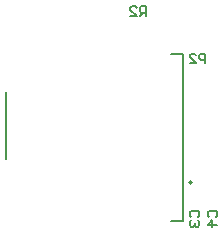
<source format=gbo>
G04*
G04 #@! TF.GenerationSoftware,Altium Limited,Altium Designer,18.1.9 (240)*
G04*
G04 Layer_Color=32896*
%FSLAX25Y25*%
%MOIN*%
G70*
G01*
G75*
%ADD10C,0.00591*%
%ADD55C,0.00787*%
%ADD56C,0.00500*%
D10*
X130905Y80709D02*
Y83857D01*
X129331D01*
X128806Y83333D01*
Y82283D01*
X129331Y81758D01*
X130905D01*
X125658Y80709D02*
X127757D01*
X125658Y82808D01*
Y83333D01*
X126183Y83857D01*
X127232D01*
X127757Y83333D01*
X132219Y29397D02*
X131694Y29922D01*
Y30971D01*
X132219Y31496D01*
X134318D01*
X134843Y30971D01*
Y29922D01*
X134318Y29397D01*
X134843Y26773D02*
X131694D01*
X133268Y28348D01*
Y26248D01*
X111221Y96457D02*
Y99605D01*
X109646D01*
X109121Y99080D01*
Y98031D01*
X109646Y97506D01*
X111221D01*
X110171D02*
X109121Y96457D01*
X105973D02*
X108072D01*
X105973Y98556D01*
Y99080D01*
X106498Y99605D01*
X107547D01*
X108072Y99080D01*
X126313Y29397D02*
X125788Y29922D01*
Y30971D01*
X126313Y31496D01*
X128412D01*
X128937Y30971D01*
Y29922D01*
X128412Y29397D01*
X126313Y28348D02*
X125788Y27823D01*
Y26773D01*
X126313Y26248D01*
X126838D01*
X127363Y26773D01*
Y27298D01*
Y26773D01*
X127887Y26248D01*
X128412D01*
X128937Y26773D01*
Y27823D01*
X128412Y28348D01*
D55*
X126376Y40905D02*
G03*
X126376Y40905I-394J0D01*
G01*
D56*
X64505Y48819D02*
Y71260D01*
X119643Y83740D02*
X123364D01*
Y28071D02*
Y83740D01*
X119643Y28071D02*
X123364D01*
M02*

</source>
